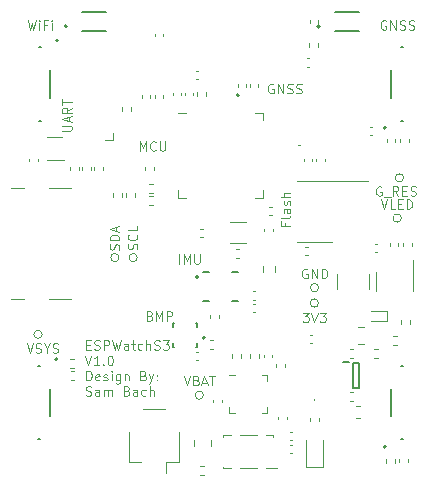
<source format=gto>
%TF.GenerationSoftware,KiCad,Pcbnew,7.0.2-0*%
%TF.CreationDate,2023-07-16T12:38:20-04:00*%
%TF.ProjectId,ESPWatchS3,45535057-6174-4636-9853-332e6b696361,rev?*%
%TF.SameCoordinates,Original*%
%TF.FileFunction,Legend,Top*%
%TF.FilePolarity,Positive*%
%FSLAX46Y46*%
G04 Gerber Fmt 4.6, Leading zero omitted, Abs format (unit mm)*
G04 Created by KiCad (PCBNEW 7.0.2-0) date 2023-07-16 12:38:20*
%MOMM*%
%LPD*%
G01*
G04 APERTURE LIST*
%ADD10C,0.100000*%
%ADD11C,0.120000*%
%ADD12C,0.127000*%
%ADD13C,0.200000*%
G04 APERTURE END LIST*
D10*
X38007142Y-43633047D02*
X38121428Y-43671142D01*
X38121428Y-43671142D02*
X38159523Y-43709238D01*
X38159523Y-43709238D02*
X38197619Y-43785428D01*
X38197619Y-43785428D02*
X38197619Y-43899714D01*
X38197619Y-43899714D02*
X38159523Y-43975904D01*
X38159523Y-43975904D02*
X38121428Y-44014000D01*
X38121428Y-44014000D02*
X38045238Y-44052095D01*
X38045238Y-44052095D02*
X37740476Y-44052095D01*
X37740476Y-44052095D02*
X37740476Y-43252095D01*
X37740476Y-43252095D02*
X38007142Y-43252095D01*
X38007142Y-43252095D02*
X38083333Y-43290190D01*
X38083333Y-43290190D02*
X38121428Y-43328285D01*
X38121428Y-43328285D02*
X38159523Y-43404476D01*
X38159523Y-43404476D02*
X38159523Y-43480666D01*
X38159523Y-43480666D02*
X38121428Y-43556857D01*
X38121428Y-43556857D02*
X38083333Y-43594952D01*
X38083333Y-43594952D02*
X38007142Y-43633047D01*
X38007142Y-43633047D02*
X37740476Y-43633047D01*
X38540476Y-44052095D02*
X38540476Y-43252095D01*
X38540476Y-43252095D02*
X38807142Y-43823523D01*
X38807142Y-43823523D02*
X39073809Y-43252095D01*
X39073809Y-43252095D02*
X39073809Y-44052095D01*
X39454762Y-44052095D02*
X39454762Y-43252095D01*
X39454762Y-43252095D02*
X39759524Y-43252095D01*
X39759524Y-43252095D02*
X39835714Y-43290190D01*
X39835714Y-43290190D02*
X39873809Y-43328285D01*
X39873809Y-43328285D02*
X39911905Y-43404476D01*
X39911905Y-43404476D02*
X39911905Y-43518761D01*
X39911905Y-43518761D02*
X39873809Y-43594952D01*
X39873809Y-43594952D02*
X39835714Y-43633047D01*
X39835714Y-43633047D02*
X39759524Y-43671142D01*
X39759524Y-43671142D02*
X39454762Y-43671142D01*
X49483047Y-35742857D02*
X49483047Y-36009523D01*
X49902095Y-36009523D02*
X49102095Y-36009523D01*
X49102095Y-36009523D02*
X49102095Y-35628571D01*
X49902095Y-35209524D02*
X49864000Y-35285714D01*
X49864000Y-35285714D02*
X49787809Y-35323809D01*
X49787809Y-35323809D02*
X49102095Y-35323809D01*
X49902095Y-34561904D02*
X49483047Y-34561904D01*
X49483047Y-34561904D02*
X49406857Y-34599999D01*
X49406857Y-34599999D02*
X49368761Y-34676190D01*
X49368761Y-34676190D02*
X49368761Y-34828571D01*
X49368761Y-34828571D02*
X49406857Y-34904761D01*
X49864000Y-34561904D02*
X49902095Y-34638095D01*
X49902095Y-34638095D02*
X49902095Y-34828571D01*
X49902095Y-34828571D02*
X49864000Y-34904761D01*
X49864000Y-34904761D02*
X49787809Y-34942857D01*
X49787809Y-34942857D02*
X49711619Y-34942857D01*
X49711619Y-34942857D02*
X49635428Y-34904761D01*
X49635428Y-34904761D02*
X49597333Y-34828571D01*
X49597333Y-34828571D02*
X49597333Y-34638095D01*
X49597333Y-34638095D02*
X49559238Y-34561904D01*
X49864000Y-34219047D02*
X49902095Y-34142856D01*
X49902095Y-34142856D02*
X49902095Y-33990475D01*
X49902095Y-33990475D02*
X49864000Y-33914285D01*
X49864000Y-33914285D02*
X49787809Y-33876189D01*
X49787809Y-33876189D02*
X49749714Y-33876189D01*
X49749714Y-33876189D02*
X49673523Y-33914285D01*
X49673523Y-33914285D02*
X49635428Y-33990475D01*
X49635428Y-33990475D02*
X49635428Y-34104761D01*
X49635428Y-34104761D02*
X49597333Y-34180951D01*
X49597333Y-34180951D02*
X49521142Y-34219047D01*
X49521142Y-34219047D02*
X49483047Y-34219047D01*
X49483047Y-34219047D02*
X49406857Y-34180951D01*
X49406857Y-34180951D02*
X49368761Y-34104761D01*
X49368761Y-34104761D02*
X49368761Y-33990475D01*
X49368761Y-33990475D02*
X49406857Y-33914285D01*
X49902095Y-33533332D02*
X49102095Y-33533332D01*
X49902095Y-33190475D02*
X49483047Y-33190475D01*
X49483047Y-33190475D02*
X49406857Y-33228570D01*
X49406857Y-33228570D02*
X49368761Y-33304761D01*
X49368761Y-33304761D02*
X49368761Y-33419047D01*
X49368761Y-33419047D02*
X49406857Y-33495237D01*
X49406857Y-33495237D02*
X49444952Y-33533332D01*
X40490476Y-39202095D02*
X40490476Y-38402095D01*
X40871428Y-39202095D02*
X40871428Y-38402095D01*
X40871428Y-38402095D02*
X41138094Y-38973523D01*
X41138094Y-38973523D02*
X41404761Y-38402095D01*
X41404761Y-38402095D02*
X41404761Y-39202095D01*
X41785714Y-38402095D02*
X41785714Y-39049714D01*
X41785714Y-39049714D02*
X41823809Y-39125904D01*
X41823809Y-39125904D02*
X41861904Y-39164000D01*
X41861904Y-39164000D02*
X41938095Y-39202095D01*
X41938095Y-39202095D02*
X42090476Y-39202095D01*
X42090476Y-39202095D02*
X42166666Y-39164000D01*
X42166666Y-39164000D02*
X42204761Y-39125904D01*
X42204761Y-39125904D02*
X42242857Y-39049714D01*
X42242857Y-39049714D02*
X42242857Y-38402095D01*
X48459523Y-24040190D02*
X48383333Y-24002095D01*
X48383333Y-24002095D02*
X48269047Y-24002095D01*
X48269047Y-24002095D02*
X48154761Y-24040190D01*
X48154761Y-24040190D02*
X48078571Y-24116380D01*
X48078571Y-24116380D02*
X48040476Y-24192571D01*
X48040476Y-24192571D02*
X48002380Y-24344952D01*
X48002380Y-24344952D02*
X48002380Y-24459238D01*
X48002380Y-24459238D02*
X48040476Y-24611619D01*
X48040476Y-24611619D02*
X48078571Y-24687809D01*
X48078571Y-24687809D02*
X48154761Y-24764000D01*
X48154761Y-24764000D02*
X48269047Y-24802095D01*
X48269047Y-24802095D02*
X48345238Y-24802095D01*
X48345238Y-24802095D02*
X48459523Y-24764000D01*
X48459523Y-24764000D02*
X48497619Y-24725904D01*
X48497619Y-24725904D02*
X48497619Y-24459238D01*
X48497619Y-24459238D02*
X48345238Y-24459238D01*
X48840476Y-24802095D02*
X48840476Y-24002095D01*
X48840476Y-24002095D02*
X49297619Y-24802095D01*
X49297619Y-24802095D02*
X49297619Y-24002095D01*
X49640475Y-24764000D02*
X49754761Y-24802095D01*
X49754761Y-24802095D02*
X49945237Y-24802095D01*
X49945237Y-24802095D02*
X50021428Y-24764000D01*
X50021428Y-24764000D02*
X50059523Y-24725904D01*
X50059523Y-24725904D02*
X50097618Y-24649714D01*
X50097618Y-24649714D02*
X50097618Y-24573523D01*
X50097618Y-24573523D02*
X50059523Y-24497333D01*
X50059523Y-24497333D02*
X50021428Y-24459238D01*
X50021428Y-24459238D02*
X49945237Y-24421142D01*
X49945237Y-24421142D02*
X49792856Y-24383047D01*
X49792856Y-24383047D02*
X49716666Y-24344952D01*
X49716666Y-24344952D02*
X49678571Y-24306857D01*
X49678571Y-24306857D02*
X49640475Y-24230666D01*
X49640475Y-24230666D02*
X49640475Y-24154476D01*
X49640475Y-24154476D02*
X49678571Y-24078285D01*
X49678571Y-24078285D02*
X49716666Y-24040190D01*
X49716666Y-24040190D02*
X49792856Y-24002095D01*
X49792856Y-24002095D02*
X49983333Y-24002095D01*
X49983333Y-24002095D02*
X50097618Y-24040190D01*
X50402380Y-24764000D02*
X50516666Y-24802095D01*
X50516666Y-24802095D02*
X50707142Y-24802095D01*
X50707142Y-24802095D02*
X50783333Y-24764000D01*
X50783333Y-24764000D02*
X50821428Y-24725904D01*
X50821428Y-24725904D02*
X50859523Y-24649714D01*
X50859523Y-24649714D02*
X50859523Y-24573523D01*
X50859523Y-24573523D02*
X50821428Y-24497333D01*
X50821428Y-24497333D02*
X50783333Y-24459238D01*
X50783333Y-24459238D02*
X50707142Y-24421142D01*
X50707142Y-24421142D02*
X50554761Y-24383047D01*
X50554761Y-24383047D02*
X50478571Y-24344952D01*
X50478571Y-24344952D02*
X50440476Y-24306857D01*
X50440476Y-24306857D02*
X50402380Y-24230666D01*
X50402380Y-24230666D02*
X50402380Y-24154476D01*
X50402380Y-24154476D02*
X50440476Y-24078285D01*
X50440476Y-24078285D02*
X50478571Y-24040190D01*
X50478571Y-24040190D02*
X50554761Y-24002095D01*
X50554761Y-24002095D02*
X50745238Y-24002095D01*
X50745238Y-24002095D02*
X50859523Y-24040190D01*
X37140476Y-29652095D02*
X37140476Y-28852095D01*
X37140476Y-28852095D02*
X37407142Y-29423523D01*
X37407142Y-29423523D02*
X37673809Y-28852095D01*
X37673809Y-28852095D02*
X37673809Y-29652095D01*
X38511905Y-29575904D02*
X38473809Y-29614000D01*
X38473809Y-29614000D02*
X38359524Y-29652095D01*
X38359524Y-29652095D02*
X38283333Y-29652095D01*
X38283333Y-29652095D02*
X38169047Y-29614000D01*
X38169047Y-29614000D02*
X38092857Y-29537809D01*
X38092857Y-29537809D02*
X38054762Y-29461619D01*
X38054762Y-29461619D02*
X38016666Y-29309238D01*
X38016666Y-29309238D02*
X38016666Y-29194952D01*
X38016666Y-29194952D02*
X38054762Y-29042571D01*
X38054762Y-29042571D02*
X38092857Y-28966380D01*
X38092857Y-28966380D02*
X38169047Y-28890190D01*
X38169047Y-28890190D02*
X38283333Y-28852095D01*
X38283333Y-28852095D02*
X38359524Y-28852095D01*
X38359524Y-28852095D02*
X38473809Y-28890190D01*
X38473809Y-28890190D02*
X38511905Y-28928285D01*
X38854762Y-28852095D02*
X38854762Y-29499714D01*
X38854762Y-29499714D02*
X38892857Y-29575904D01*
X38892857Y-29575904D02*
X38930952Y-29614000D01*
X38930952Y-29614000D02*
X39007143Y-29652095D01*
X39007143Y-29652095D02*
X39159524Y-29652095D01*
X39159524Y-29652095D02*
X39235714Y-29614000D01*
X39235714Y-29614000D02*
X39273809Y-29575904D01*
X39273809Y-29575904D02*
X39311905Y-29499714D01*
X39311905Y-29499714D02*
X39311905Y-28852095D01*
X27664285Y-18602095D02*
X27854761Y-19402095D01*
X27854761Y-19402095D02*
X28007142Y-18830666D01*
X28007142Y-18830666D02*
X28159523Y-19402095D01*
X28159523Y-19402095D02*
X28350000Y-18602095D01*
X28654762Y-19402095D02*
X28654762Y-18868761D01*
X28654762Y-18602095D02*
X28616666Y-18640190D01*
X28616666Y-18640190D02*
X28654762Y-18678285D01*
X28654762Y-18678285D02*
X28692857Y-18640190D01*
X28692857Y-18640190D02*
X28654762Y-18602095D01*
X28654762Y-18602095D02*
X28654762Y-18678285D01*
X29302380Y-18983047D02*
X29035714Y-18983047D01*
X29035714Y-19402095D02*
X29035714Y-18602095D01*
X29035714Y-18602095D02*
X29416666Y-18602095D01*
X29721428Y-19402095D02*
X29721428Y-18868761D01*
X29721428Y-18602095D02*
X29683332Y-18640190D01*
X29683332Y-18640190D02*
X29721428Y-18678285D01*
X29721428Y-18678285D02*
X29759523Y-18640190D01*
X29759523Y-18640190D02*
X29721428Y-18602095D01*
X29721428Y-18602095D02*
X29721428Y-18678285D01*
X32640476Y-46095047D02*
X32907142Y-46095047D01*
X33021428Y-46514095D02*
X32640476Y-46514095D01*
X32640476Y-46514095D02*
X32640476Y-45714095D01*
X32640476Y-45714095D02*
X33021428Y-45714095D01*
X33326190Y-46476000D02*
X33440476Y-46514095D01*
X33440476Y-46514095D02*
X33630952Y-46514095D01*
X33630952Y-46514095D02*
X33707143Y-46476000D01*
X33707143Y-46476000D02*
X33745238Y-46437904D01*
X33745238Y-46437904D02*
X33783333Y-46361714D01*
X33783333Y-46361714D02*
X33783333Y-46285523D01*
X33783333Y-46285523D02*
X33745238Y-46209333D01*
X33745238Y-46209333D02*
X33707143Y-46171238D01*
X33707143Y-46171238D02*
X33630952Y-46133142D01*
X33630952Y-46133142D02*
X33478571Y-46095047D01*
X33478571Y-46095047D02*
X33402381Y-46056952D01*
X33402381Y-46056952D02*
X33364286Y-46018857D01*
X33364286Y-46018857D02*
X33326190Y-45942666D01*
X33326190Y-45942666D02*
X33326190Y-45866476D01*
X33326190Y-45866476D02*
X33364286Y-45790285D01*
X33364286Y-45790285D02*
X33402381Y-45752190D01*
X33402381Y-45752190D02*
X33478571Y-45714095D01*
X33478571Y-45714095D02*
X33669048Y-45714095D01*
X33669048Y-45714095D02*
X33783333Y-45752190D01*
X34126191Y-46514095D02*
X34126191Y-45714095D01*
X34126191Y-45714095D02*
X34430953Y-45714095D01*
X34430953Y-45714095D02*
X34507143Y-45752190D01*
X34507143Y-45752190D02*
X34545238Y-45790285D01*
X34545238Y-45790285D02*
X34583334Y-45866476D01*
X34583334Y-45866476D02*
X34583334Y-45980761D01*
X34583334Y-45980761D02*
X34545238Y-46056952D01*
X34545238Y-46056952D02*
X34507143Y-46095047D01*
X34507143Y-46095047D02*
X34430953Y-46133142D01*
X34430953Y-46133142D02*
X34126191Y-46133142D01*
X34850000Y-45714095D02*
X35040476Y-46514095D01*
X35040476Y-46514095D02*
X35192857Y-45942666D01*
X35192857Y-45942666D02*
X35345238Y-46514095D01*
X35345238Y-46514095D02*
X35535715Y-45714095D01*
X36183334Y-46514095D02*
X36183334Y-46095047D01*
X36183334Y-46095047D02*
X36145239Y-46018857D01*
X36145239Y-46018857D02*
X36069048Y-45980761D01*
X36069048Y-45980761D02*
X35916667Y-45980761D01*
X35916667Y-45980761D02*
X35840477Y-46018857D01*
X36183334Y-46476000D02*
X36107143Y-46514095D01*
X36107143Y-46514095D02*
X35916667Y-46514095D01*
X35916667Y-46514095D02*
X35840477Y-46476000D01*
X35840477Y-46476000D02*
X35802381Y-46399809D01*
X35802381Y-46399809D02*
X35802381Y-46323619D01*
X35802381Y-46323619D02*
X35840477Y-46247428D01*
X35840477Y-46247428D02*
X35916667Y-46209333D01*
X35916667Y-46209333D02*
X36107143Y-46209333D01*
X36107143Y-46209333D02*
X36183334Y-46171238D01*
X36450001Y-45980761D02*
X36754763Y-45980761D01*
X36564287Y-45714095D02*
X36564287Y-46399809D01*
X36564287Y-46399809D02*
X36602382Y-46476000D01*
X36602382Y-46476000D02*
X36678572Y-46514095D01*
X36678572Y-46514095D02*
X36754763Y-46514095D01*
X37364287Y-46476000D02*
X37288096Y-46514095D01*
X37288096Y-46514095D02*
X37135715Y-46514095D01*
X37135715Y-46514095D02*
X37059525Y-46476000D01*
X37059525Y-46476000D02*
X37021430Y-46437904D01*
X37021430Y-46437904D02*
X36983334Y-46361714D01*
X36983334Y-46361714D02*
X36983334Y-46133142D01*
X36983334Y-46133142D02*
X37021430Y-46056952D01*
X37021430Y-46056952D02*
X37059525Y-46018857D01*
X37059525Y-46018857D02*
X37135715Y-45980761D01*
X37135715Y-45980761D02*
X37288096Y-45980761D01*
X37288096Y-45980761D02*
X37364287Y-46018857D01*
X37707144Y-46514095D02*
X37707144Y-45714095D01*
X38050001Y-46514095D02*
X38050001Y-46095047D01*
X38050001Y-46095047D02*
X38011906Y-46018857D01*
X38011906Y-46018857D02*
X37935715Y-45980761D01*
X37935715Y-45980761D02*
X37821429Y-45980761D01*
X37821429Y-45980761D02*
X37745239Y-46018857D01*
X37745239Y-46018857D02*
X37707144Y-46056952D01*
X38392858Y-46476000D02*
X38507144Y-46514095D01*
X38507144Y-46514095D02*
X38697620Y-46514095D01*
X38697620Y-46514095D02*
X38773811Y-46476000D01*
X38773811Y-46476000D02*
X38811906Y-46437904D01*
X38811906Y-46437904D02*
X38850001Y-46361714D01*
X38850001Y-46361714D02*
X38850001Y-46285523D01*
X38850001Y-46285523D02*
X38811906Y-46209333D01*
X38811906Y-46209333D02*
X38773811Y-46171238D01*
X38773811Y-46171238D02*
X38697620Y-46133142D01*
X38697620Y-46133142D02*
X38545239Y-46095047D01*
X38545239Y-46095047D02*
X38469049Y-46056952D01*
X38469049Y-46056952D02*
X38430954Y-46018857D01*
X38430954Y-46018857D02*
X38392858Y-45942666D01*
X38392858Y-45942666D02*
X38392858Y-45866476D01*
X38392858Y-45866476D02*
X38430954Y-45790285D01*
X38430954Y-45790285D02*
X38469049Y-45752190D01*
X38469049Y-45752190D02*
X38545239Y-45714095D01*
X38545239Y-45714095D02*
X38735716Y-45714095D01*
X38735716Y-45714095D02*
X38850001Y-45752190D01*
X39116668Y-45714095D02*
X39611906Y-45714095D01*
X39611906Y-45714095D02*
X39345240Y-46018857D01*
X39345240Y-46018857D02*
X39459525Y-46018857D01*
X39459525Y-46018857D02*
X39535716Y-46056952D01*
X39535716Y-46056952D02*
X39573811Y-46095047D01*
X39573811Y-46095047D02*
X39611906Y-46171238D01*
X39611906Y-46171238D02*
X39611906Y-46361714D01*
X39611906Y-46361714D02*
X39573811Y-46437904D01*
X39573811Y-46437904D02*
X39535716Y-46476000D01*
X39535716Y-46476000D02*
X39459525Y-46514095D01*
X39459525Y-46514095D02*
X39230954Y-46514095D01*
X39230954Y-46514095D02*
X39154763Y-46476000D01*
X39154763Y-46476000D02*
X39116668Y-46437904D01*
X32526190Y-47010095D02*
X32792857Y-47810095D01*
X32792857Y-47810095D02*
X33059523Y-47010095D01*
X33745237Y-47810095D02*
X33288094Y-47810095D01*
X33516666Y-47810095D02*
X33516666Y-47010095D01*
X33516666Y-47010095D02*
X33440475Y-47124380D01*
X33440475Y-47124380D02*
X33364285Y-47200571D01*
X33364285Y-47200571D02*
X33288094Y-47238666D01*
X34088095Y-47733904D02*
X34126190Y-47772000D01*
X34126190Y-47772000D02*
X34088095Y-47810095D01*
X34088095Y-47810095D02*
X34049999Y-47772000D01*
X34049999Y-47772000D02*
X34088095Y-47733904D01*
X34088095Y-47733904D02*
X34088095Y-47810095D01*
X34621428Y-47010095D02*
X34697618Y-47010095D01*
X34697618Y-47010095D02*
X34773809Y-47048190D01*
X34773809Y-47048190D02*
X34811904Y-47086285D01*
X34811904Y-47086285D02*
X34849999Y-47162476D01*
X34849999Y-47162476D02*
X34888094Y-47314857D01*
X34888094Y-47314857D02*
X34888094Y-47505333D01*
X34888094Y-47505333D02*
X34849999Y-47657714D01*
X34849999Y-47657714D02*
X34811904Y-47733904D01*
X34811904Y-47733904D02*
X34773809Y-47772000D01*
X34773809Y-47772000D02*
X34697618Y-47810095D01*
X34697618Y-47810095D02*
X34621428Y-47810095D01*
X34621428Y-47810095D02*
X34545237Y-47772000D01*
X34545237Y-47772000D02*
X34507142Y-47733904D01*
X34507142Y-47733904D02*
X34469047Y-47657714D01*
X34469047Y-47657714D02*
X34430951Y-47505333D01*
X34430951Y-47505333D02*
X34430951Y-47314857D01*
X34430951Y-47314857D02*
X34469047Y-47162476D01*
X34469047Y-47162476D02*
X34507142Y-47086285D01*
X34507142Y-47086285D02*
X34545237Y-47048190D01*
X34545237Y-47048190D02*
X34621428Y-47010095D01*
X32640476Y-49106095D02*
X32640476Y-48306095D01*
X32640476Y-48306095D02*
X32830952Y-48306095D01*
X32830952Y-48306095D02*
X32945238Y-48344190D01*
X32945238Y-48344190D02*
X33021428Y-48420380D01*
X33021428Y-48420380D02*
X33059523Y-48496571D01*
X33059523Y-48496571D02*
X33097619Y-48648952D01*
X33097619Y-48648952D02*
X33097619Y-48763238D01*
X33097619Y-48763238D02*
X33059523Y-48915619D01*
X33059523Y-48915619D02*
X33021428Y-48991809D01*
X33021428Y-48991809D02*
X32945238Y-49068000D01*
X32945238Y-49068000D02*
X32830952Y-49106095D01*
X32830952Y-49106095D02*
X32640476Y-49106095D01*
X33745238Y-49068000D02*
X33669047Y-49106095D01*
X33669047Y-49106095D02*
X33516666Y-49106095D01*
X33516666Y-49106095D02*
X33440476Y-49068000D01*
X33440476Y-49068000D02*
X33402380Y-48991809D01*
X33402380Y-48991809D02*
X33402380Y-48687047D01*
X33402380Y-48687047D02*
X33440476Y-48610857D01*
X33440476Y-48610857D02*
X33516666Y-48572761D01*
X33516666Y-48572761D02*
X33669047Y-48572761D01*
X33669047Y-48572761D02*
X33745238Y-48610857D01*
X33745238Y-48610857D02*
X33783333Y-48687047D01*
X33783333Y-48687047D02*
X33783333Y-48763238D01*
X33783333Y-48763238D02*
X33402380Y-48839428D01*
X34088094Y-49068000D02*
X34164285Y-49106095D01*
X34164285Y-49106095D02*
X34316666Y-49106095D01*
X34316666Y-49106095D02*
X34392856Y-49068000D01*
X34392856Y-49068000D02*
X34430952Y-48991809D01*
X34430952Y-48991809D02*
X34430952Y-48953714D01*
X34430952Y-48953714D02*
X34392856Y-48877523D01*
X34392856Y-48877523D02*
X34316666Y-48839428D01*
X34316666Y-48839428D02*
X34202380Y-48839428D01*
X34202380Y-48839428D02*
X34126190Y-48801333D01*
X34126190Y-48801333D02*
X34088094Y-48725142D01*
X34088094Y-48725142D02*
X34088094Y-48687047D01*
X34088094Y-48687047D02*
X34126190Y-48610857D01*
X34126190Y-48610857D02*
X34202380Y-48572761D01*
X34202380Y-48572761D02*
X34316666Y-48572761D01*
X34316666Y-48572761D02*
X34392856Y-48610857D01*
X34773809Y-49106095D02*
X34773809Y-48572761D01*
X34773809Y-48306095D02*
X34735713Y-48344190D01*
X34735713Y-48344190D02*
X34773809Y-48382285D01*
X34773809Y-48382285D02*
X34811904Y-48344190D01*
X34811904Y-48344190D02*
X34773809Y-48306095D01*
X34773809Y-48306095D02*
X34773809Y-48382285D01*
X35497618Y-48572761D02*
X35497618Y-49220380D01*
X35497618Y-49220380D02*
X35459523Y-49296571D01*
X35459523Y-49296571D02*
X35421427Y-49334666D01*
X35421427Y-49334666D02*
X35345237Y-49372761D01*
X35345237Y-49372761D02*
X35230951Y-49372761D01*
X35230951Y-49372761D02*
X35154761Y-49334666D01*
X35497618Y-49068000D02*
X35421427Y-49106095D01*
X35421427Y-49106095D02*
X35269046Y-49106095D01*
X35269046Y-49106095D02*
X35192856Y-49068000D01*
X35192856Y-49068000D02*
X35154761Y-49029904D01*
X35154761Y-49029904D02*
X35116665Y-48953714D01*
X35116665Y-48953714D02*
X35116665Y-48725142D01*
X35116665Y-48725142D02*
X35154761Y-48648952D01*
X35154761Y-48648952D02*
X35192856Y-48610857D01*
X35192856Y-48610857D02*
X35269046Y-48572761D01*
X35269046Y-48572761D02*
X35421427Y-48572761D01*
X35421427Y-48572761D02*
X35497618Y-48610857D01*
X35878571Y-48572761D02*
X35878571Y-49106095D01*
X35878571Y-48648952D02*
X35916666Y-48610857D01*
X35916666Y-48610857D02*
X35992856Y-48572761D01*
X35992856Y-48572761D02*
X36107142Y-48572761D01*
X36107142Y-48572761D02*
X36183333Y-48610857D01*
X36183333Y-48610857D02*
X36221428Y-48687047D01*
X36221428Y-48687047D02*
X36221428Y-49106095D01*
X37478571Y-48687047D02*
X37592857Y-48725142D01*
X37592857Y-48725142D02*
X37630952Y-48763238D01*
X37630952Y-48763238D02*
X37669048Y-48839428D01*
X37669048Y-48839428D02*
X37669048Y-48953714D01*
X37669048Y-48953714D02*
X37630952Y-49029904D01*
X37630952Y-49029904D02*
X37592857Y-49068000D01*
X37592857Y-49068000D02*
X37516667Y-49106095D01*
X37516667Y-49106095D02*
X37211905Y-49106095D01*
X37211905Y-49106095D02*
X37211905Y-48306095D01*
X37211905Y-48306095D02*
X37478571Y-48306095D01*
X37478571Y-48306095D02*
X37554762Y-48344190D01*
X37554762Y-48344190D02*
X37592857Y-48382285D01*
X37592857Y-48382285D02*
X37630952Y-48458476D01*
X37630952Y-48458476D02*
X37630952Y-48534666D01*
X37630952Y-48534666D02*
X37592857Y-48610857D01*
X37592857Y-48610857D02*
X37554762Y-48648952D01*
X37554762Y-48648952D02*
X37478571Y-48687047D01*
X37478571Y-48687047D02*
X37211905Y-48687047D01*
X37935714Y-48572761D02*
X38126190Y-49106095D01*
X38316667Y-48572761D02*
X38126190Y-49106095D01*
X38126190Y-49106095D02*
X38050000Y-49296571D01*
X38050000Y-49296571D02*
X38011905Y-49334666D01*
X38011905Y-49334666D02*
X37935714Y-49372761D01*
X38621429Y-49029904D02*
X38659524Y-49068000D01*
X38659524Y-49068000D02*
X38621429Y-49106095D01*
X38621429Y-49106095D02*
X38583333Y-49068000D01*
X38583333Y-49068000D02*
X38621429Y-49029904D01*
X38621429Y-49029904D02*
X38621429Y-49106095D01*
X38621429Y-48610857D02*
X38659524Y-48648952D01*
X38659524Y-48648952D02*
X38621429Y-48687047D01*
X38621429Y-48687047D02*
X38583333Y-48648952D01*
X38583333Y-48648952D02*
X38621429Y-48610857D01*
X38621429Y-48610857D02*
X38621429Y-48687047D01*
X32602380Y-50364000D02*
X32716666Y-50402095D01*
X32716666Y-50402095D02*
X32907142Y-50402095D01*
X32907142Y-50402095D02*
X32983333Y-50364000D01*
X32983333Y-50364000D02*
X33021428Y-50325904D01*
X33021428Y-50325904D02*
X33059523Y-50249714D01*
X33059523Y-50249714D02*
X33059523Y-50173523D01*
X33059523Y-50173523D02*
X33021428Y-50097333D01*
X33021428Y-50097333D02*
X32983333Y-50059238D01*
X32983333Y-50059238D02*
X32907142Y-50021142D01*
X32907142Y-50021142D02*
X32754761Y-49983047D01*
X32754761Y-49983047D02*
X32678571Y-49944952D01*
X32678571Y-49944952D02*
X32640476Y-49906857D01*
X32640476Y-49906857D02*
X32602380Y-49830666D01*
X32602380Y-49830666D02*
X32602380Y-49754476D01*
X32602380Y-49754476D02*
X32640476Y-49678285D01*
X32640476Y-49678285D02*
X32678571Y-49640190D01*
X32678571Y-49640190D02*
X32754761Y-49602095D01*
X32754761Y-49602095D02*
X32945238Y-49602095D01*
X32945238Y-49602095D02*
X33059523Y-49640190D01*
X33745238Y-50402095D02*
X33745238Y-49983047D01*
X33745238Y-49983047D02*
X33707143Y-49906857D01*
X33707143Y-49906857D02*
X33630952Y-49868761D01*
X33630952Y-49868761D02*
X33478571Y-49868761D01*
X33478571Y-49868761D02*
X33402381Y-49906857D01*
X33745238Y-50364000D02*
X33669047Y-50402095D01*
X33669047Y-50402095D02*
X33478571Y-50402095D01*
X33478571Y-50402095D02*
X33402381Y-50364000D01*
X33402381Y-50364000D02*
X33364285Y-50287809D01*
X33364285Y-50287809D02*
X33364285Y-50211619D01*
X33364285Y-50211619D02*
X33402381Y-50135428D01*
X33402381Y-50135428D02*
X33478571Y-50097333D01*
X33478571Y-50097333D02*
X33669047Y-50097333D01*
X33669047Y-50097333D02*
X33745238Y-50059238D01*
X34126191Y-50402095D02*
X34126191Y-49868761D01*
X34126191Y-49944952D02*
X34164286Y-49906857D01*
X34164286Y-49906857D02*
X34240476Y-49868761D01*
X34240476Y-49868761D02*
X34354762Y-49868761D01*
X34354762Y-49868761D02*
X34430953Y-49906857D01*
X34430953Y-49906857D02*
X34469048Y-49983047D01*
X34469048Y-49983047D02*
X34469048Y-50402095D01*
X34469048Y-49983047D02*
X34507143Y-49906857D01*
X34507143Y-49906857D02*
X34583334Y-49868761D01*
X34583334Y-49868761D02*
X34697619Y-49868761D01*
X34697619Y-49868761D02*
X34773810Y-49906857D01*
X34773810Y-49906857D02*
X34811905Y-49983047D01*
X34811905Y-49983047D02*
X34811905Y-50402095D01*
X36069048Y-49983047D02*
X36183334Y-50021142D01*
X36183334Y-50021142D02*
X36221429Y-50059238D01*
X36221429Y-50059238D02*
X36259525Y-50135428D01*
X36259525Y-50135428D02*
X36259525Y-50249714D01*
X36259525Y-50249714D02*
X36221429Y-50325904D01*
X36221429Y-50325904D02*
X36183334Y-50364000D01*
X36183334Y-50364000D02*
X36107144Y-50402095D01*
X36107144Y-50402095D02*
X35802382Y-50402095D01*
X35802382Y-50402095D02*
X35802382Y-49602095D01*
X35802382Y-49602095D02*
X36069048Y-49602095D01*
X36069048Y-49602095D02*
X36145239Y-49640190D01*
X36145239Y-49640190D02*
X36183334Y-49678285D01*
X36183334Y-49678285D02*
X36221429Y-49754476D01*
X36221429Y-49754476D02*
X36221429Y-49830666D01*
X36221429Y-49830666D02*
X36183334Y-49906857D01*
X36183334Y-49906857D02*
X36145239Y-49944952D01*
X36145239Y-49944952D02*
X36069048Y-49983047D01*
X36069048Y-49983047D02*
X35802382Y-49983047D01*
X36945239Y-50402095D02*
X36945239Y-49983047D01*
X36945239Y-49983047D02*
X36907144Y-49906857D01*
X36907144Y-49906857D02*
X36830953Y-49868761D01*
X36830953Y-49868761D02*
X36678572Y-49868761D01*
X36678572Y-49868761D02*
X36602382Y-49906857D01*
X36945239Y-50364000D02*
X36869048Y-50402095D01*
X36869048Y-50402095D02*
X36678572Y-50402095D01*
X36678572Y-50402095D02*
X36602382Y-50364000D01*
X36602382Y-50364000D02*
X36564286Y-50287809D01*
X36564286Y-50287809D02*
X36564286Y-50211619D01*
X36564286Y-50211619D02*
X36602382Y-50135428D01*
X36602382Y-50135428D02*
X36678572Y-50097333D01*
X36678572Y-50097333D02*
X36869048Y-50097333D01*
X36869048Y-50097333D02*
X36945239Y-50059238D01*
X37669049Y-50364000D02*
X37592858Y-50402095D01*
X37592858Y-50402095D02*
X37440477Y-50402095D01*
X37440477Y-50402095D02*
X37364287Y-50364000D01*
X37364287Y-50364000D02*
X37326192Y-50325904D01*
X37326192Y-50325904D02*
X37288096Y-50249714D01*
X37288096Y-50249714D02*
X37288096Y-50021142D01*
X37288096Y-50021142D02*
X37326192Y-49944952D01*
X37326192Y-49944952D02*
X37364287Y-49906857D01*
X37364287Y-49906857D02*
X37440477Y-49868761D01*
X37440477Y-49868761D02*
X37592858Y-49868761D01*
X37592858Y-49868761D02*
X37669049Y-49906857D01*
X38011906Y-50402095D02*
X38011906Y-49602095D01*
X38354763Y-50402095D02*
X38354763Y-49983047D01*
X38354763Y-49983047D02*
X38316668Y-49906857D01*
X38316668Y-49906857D02*
X38240477Y-49868761D01*
X38240477Y-49868761D02*
X38126191Y-49868761D01*
X38126191Y-49868761D02*
X38050001Y-49906857D01*
X38050001Y-49906857D02*
X38011906Y-49944952D01*
X58009523Y-18640190D02*
X57933333Y-18602095D01*
X57933333Y-18602095D02*
X57819047Y-18602095D01*
X57819047Y-18602095D02*
X57704761Y-18640190D01*
X57704761Y-18640190D02*
X57628571Y-18716380D01*
X57628571Y-18716380D02*
X57590476Y-18792571D01*
X57590476Y-18792571D02*
X57552380Y-18944952D01*
X57552380Y-18944952D02*
X57552380Y-19059238D01*
X57552380Y-19059238D02*
X57590476Y-19211619D01*
X57590476Y-19211619D02*
X57628571Y-19287809D01*
X57628571Y-19287809D02*
X57704761Y-19364000D01*
X57704761Y-19364000D02*
X57819047Y-19402095D01*
X57819047Y-19402095D02*
X57895238Y-19402095D01*
X57895238Y-19402095D02*
X58009523Y-19364000D01*
X58009523Y-19364000D02*
X58047619Y-19325904D01*
X58047619Y-19325904D02*
X58047619Y-19059238D01*
X58047619Y-19059238D02*
X57895238Y-19059238D01*
X58390476Y-19402095D02*
X58390476Y-18602095D01*
X58390476Y-18602095D02*
X58847619Y-19402095D01*
X58847619Y-19402095D02*
X58847619Y-18602095D01*
X59190475Y-19364000D02*
X59304761Y-19402095D01*
X59304761Y-19402095D02*
X59495237Y-19402095D01*
X59495237Y-19402095D02*
X59571428Y-19364000D01*
X59571428Y-19364000D02*
X59609523Y-19325904D01*
X59609523Y-19325904D02*
X59647618Y-19249714D01*
X59647618Y-19249714D02*
X59647618Y-19173523D01*
X59647618Y-19173523D02*
X59609523Y-19097333D01*
X59609523Y-19097333D02*
X59571428Y-19059238D01*
X59571428Y-19059238D02*
X59495237Y-19021142D01*
X59495237Y-19021142D02*
X59342856Y-18983047D01*
X59342856Y-18983047D02*
X59266666Y-18944952D01*
X59266666Y-18944952D02*
X59228571Y-18906857D01*
X59228571Y-18906857D02*
X59190475Y-18830666D01*
X59190475Y-18830666D02*
X59190475Y-18754476D01*
X59190475Y-18754476D02*
X59228571Y-18678285D01*
X59228571Y-18678285D02*
X59266666Y-18640190D01*
X59266666Y-18640190D02*
X59342856Y-18602095D01*
X59342856Y-18602095D02*
X59533333Y-18602095D01*
X59533333Y-18602095D02*
X59647618Y-18640190D01*
X59952380Y-19364000D02*
X60066666Y-19402095D01*
X60066666Y-19402095D02*
X60257142Y-19402095D01*
X60257142Y-19402095D02*
X60333333Y-19364000D01*
X60333333Y-19364000D02*
X60371428Y-19325904D01*
X60371428Y-19325904D02*
X60409523Y-19249714D01*
X60409523Y-19249714D02*
X60409523Y-19173523D01*
X60409523Y-19173523D02*
X60371428Y-19097333D01*
X60371428Y-19097333D02*
X60333333Y-19059238D01*
X60333333Y-19059238D02*
X60257142Y-19021142D01*
X60257142Y-19021142D02*
X60104761Y-18983047D01*
X60104761Y-18983047D02*
X60028571Y-18944952D01*
X60028571Y-18944952D02*
X59990476Y-18906857D01*
X59990476Y-18906857D02*
X59952380Y-18830666D01*
X59952380Y-18830666D02*
X59952380Y-18754476D01*
X59952380Y-18754476D02*
X59990476Y-18678285D01*
X59990476Y-18678285D02*
X60028571Y-18640190D01*
X60028571Y-18640190D02*
X60104761Y-18602095D01*
X60104761Y-18602095D02*
X60295238Y-18602095D01*
X60295238Y-18602095D02*
X60409523Y-18640190D01*
%TO.C,J3*%
X30620095Y-27976189D02*
X31267714Y-27976189D01*
X31267714Y-27976189D02*
X31343904Y-27938094D01*
X31343904Y-27938094D02*
X31382000Y-27899999D01*
X31382000Y-27899999D02*
X31420095Y-27823808D01*
X31420095Y-27823808D02*
X31420095Y-27671427D01*
X31420095Y-27671427D02*
X31382000Y-27595237D01*
X31382000Y-27595237D02*
X31343904Y-27557142D01*
X31343904Y-27557142D02*
X31267714Y-27519046D01*
X31267714Y-27519046D02*
X30620095Y-27519046D01*
X31191523Y-27176190D02*
X31191523Y-26795237D01*
X31420095Y-27252380D02*
X30620095Y-26985713D01*
X30620095Y-26985713D02*
X31420095Y-26719047D01*
X31420095Y-25995237D02*
X31039142Y-26261904D01*
X31420095Y-26452380D02*
X30620095Y-26452380D01*
X30620095Y-26452380D02*
X30620095Y-26147618D01*
X30620095Y-26147618D02*
X30658190Y-26071428D01*
X30658190Y-26071428D02*
X30696285Y-26033333D01*
X30696285Y-26033333D02*
X30772476Y-25995237D01*
X30772476Y-25995237D02*
X30886761Y-25995237D01*
X30886761Y-25995237D02*
X30962952Y-26033333D01*
X30962952Y-26033333D02*
X31001047Y-26071428D01*
X31001047Y-26071428D02*
X31039142Y-26147618D01*
X31039142Y-26147618D02*
X31039142Y-26452380D01*
X30620095Y-25766666D02*
X30620095Y-25309523D01*
X31420095Y-25538095D02*
X30620095Y-25538095D01*
%TO.C,TP7*%
X57611904Y-32708190D02*
X57535714Y-32670095D01*
X57535714Y-32670095D02*
X57421428Y-32670095D01*
X57421428Y-32670095D02*
X57307142Y-32708190D01*
X57307142Y-32708190D02*
X57230952Y-32784380D01*
X57230952Y-32784380D02*
X57192857Y-32860571D01*
X57192857Y-32860571D02*
X57154761Y-33012952D01*
X57154761Y-33012952D02*
X57154761Y-33127238D01*
X57154761Y-33127238D02*
X57192857Y-33279619D01*
X57192857Y-33279619D02*
X57230952Y-33355809D01*
X57230952Y-33355809D02*
X57307142Y-33432000D01*
X57307142Y-33432000D02*
X57421428Y-33470095D01*
X57421428Y-33470095D02*
X57497619Y-33470095D01*
X57497619Y-33470095D02*
X57611904Y-33432000D01*
X57611904Y-33432000D02*
X57650000Y-33393904D01*
X57650000Y-33393904D02*
X57650000Y-33127238D01*
X57650000Y-33127238D02*
X57497619Y-33127238D01*
X57802381Y-33546285D02*
X58411904Y-33546285D01*
X59059524Y-33470095D02*
X58792857Y-33089142D01*
X58602381Y-33470095D02*
X58602381Y-32670095D01*
X58602381Y-32670095D02*
X58907143Y-32670095D01*
X58907143Y-32670095D02*
X58983333Y-32708190D01*
X58983333Y-32708190D02*
X59021428Y-32746285D01*
X59021428Y-32746285D02*
X59059524Y-32822476D01*
X59059524Y-32822476D02*
X59059524Y-32936761D01*
X59059524Y-32936761D02*
X59021428Y-33012952D01*
X59021428Y-33012952D02*
X58983333Y-33051047D01*
X58983333Y-33051047D02*
X58907143Y-33089142D01*
X58907143Y-33089142D02*
X58602381Y-33089142D01*
X59402381Y-33051047D02*
X59669047Y-33051047D01*
X59783333Y-33470095D02*
X59402381Y-33470095D01*
X59402381Y-33470095D02*
X59402381Y-32670095D01*
X59402381Y-32670095D02*
X59783333Y-32670095D01*
X60088095Y-33432000D02*
X60202381Y-33470095D01*
X60202381Y-33470095D02*
X60392857Y-33470095D01*
X60392857Y-33470095D02*
X60469048Y-33432000D01*
X60469048Y-33432000D02*
X60507143Y-33393904D01*
X60507143Y-33393904D02*
X60545238Y-33317714D01*
X60545238Y-33317714D02*
X60545238Y-33241523D01*
X60545238Y-33241523D02*
X60507143Y-33165333D01*
X60507143Y-33165333D02*
X60469048Y-33127238D01*
X60469048Y-33127238D02*
X60392857Y-33089142D01*
X60392857Y-33089142D02*
X60240476Y-33051047D01*
X60240476Y-33051047D02*
X60164286Y-33012952D01*
X60164286Y-33012952D02*
X60126191Y-32974857D01*
X60126191Y-32974857D02*
X60088095Y-32898666D01*
X60088095Y-32898666D02*
X60088095Y-32822476D01*
X60088095Y-32822476D02*
X60126191Y-32746285D01*
X60126191Y-32746285D02*
X60164286Y-32708190D01*
X60164286Y-32708190D02*
X60240476Y-32670095D01*
X60240476Y-32670095D02*
X60430953Y-32670095D01*
X60430953Y-32670095D02*
X60545238Y-32708190D01*
%TO.C,TP8*%
X57597619Y-33770095D02*
X57864286Y-34570095D01*
X57864286Y-34570095D02*
X58130952Y-33770095D01*
X58778571Y-34570095D02*
X58397619Y-34570095D01*
X58397619Y-34570095D02*
X58397619Y-33770095D01*
X59045238Y-34151047D02*
X59311904Y-34151047D01*
X59426190Y-34570095D02*
X59045238Y-34570095D01*
X59045238Y-34570095D02*
X59045238Y-33770095D01*
X59045238Y-33770095D02*
X59426190Y-33770095D01*
X59769048Y-34570095D02*
X59769048Y-33770095D01*
X59769048Y-33770095D02*
X59959524Y-33770095D01*
X59959524Y-33770095D02*
X60073810Y-33808190D01*
X60073810Y-33808190D02*
X60150000Y-33884380D01*
X60150000Y-33884380D02*
X60188095Y-33960571D01*
X60188095Y-33960571D02*
X60226191Y-34112952D01*
X60226191Y-34112952D02*
X60226191Y-34227238D01*
X60226191Y-34227238D02*
X60188095Y-34379619D01*
X60188095Y-34379619D02*
X60150000Y-34455809D01*
X60150000Y-34455809D02*
X60073810Y-34532000D01*
X60073810Y-34532000D02*
X59959524Y-34570095D01*
X59959524Y-34570095D02*
X59769048Y-34570095D01*
%TO.C,TP4*%
X36932000Y-38002381D02*
X36970095Y-37888095D01*
X36970095Y-37888095D02*
X36970095Y-37697619D01*
X36970095Y-37697619D02*
X36932000Y-37621428D01*
X36932000Y-37621428D02*
X36893904Y-37583333D01*
X36893904Y-37583333D02*
X36817714Y-37545238D01*
X36817714Y-37545238D02*
X36741523Y-37545238D01*
X36741523Y-37545238D02*
X36665333Y-37583333D01*
X36665333Y-37583333D02*
X36627238Y-37621428D01*
X36627238Y-37621428D02*
X36589142Y-37697619D01*
X36589142Y-37697619D02*
X36551047Y-37850000D01*
X36551047Y-37850000D02*
X36512952Y-37926190D01*
X36512952Y-37926190D02*
X36474857Y-37964285D01*
X36474857Y-37964285D02*
X36398666Y-38002381D01*
X36398666Y-38002381D02*
X36322476Y-38002381D01*
X36322476Y-38002381D02*
X36246285Y-37964285D01*
X36246285Y-37964285D02*
X36208190Y-37926190D01*
X36208190Y-37926190D02*
X36170095Y-37850000D01*
X36170095Y-37850000D02*
X36170095Y-37659523D01*
X36170095Y-37659523D02*
X36208190Y-37545238D01*
X36893904Y-36745237D02*
X36932000Y-36783333D01*
X36932000Y-36783333D02*
X36970095Y-36897618D01*
X36970095Y-36897618D02*
X36970095Y-36973809D01*
X36970095Y-36973809D02*
X36932000Y-37088095D01*
X36932000Y-37088095D02*
X36855809Y-37164285D01*
X36855809Y-37164285D02*
X36779619Y-37202380D01*
X36779619Y-37202380D02*
X36627238Y-37240476D01*
X36627238Y-37240476D02*
X36512952Y-37240476D01*
X36512952Y-37240476D02*
X36360571Y-37202380D01*
X36360571Y-37202380D02*
X36284380Y-37164285D01*
X36284380Y-37164285D02*
X36208190Y-37088095D01*
X36208190Y-37088095D02*
X36170095Y-36973809D01*
X36170095Y-36973809D02*
X36170095Y-36897618D01*
X36170095Y-36897618D02*
X36208190Y-36783333D01*
X36208190Y-36783333D02*
X36246285Y-36745237D01*
X36970095Y-36021428D02*
X36970095Y-36402380D01*
X36970095Y-36402380D02*
X36170095Y-36402380D01*
%TO.C,TP5*%
X27578571Y-45970095D02*
X27845238Y-46770095D01*
X27845238Y-46770095D02*
X28111904Y-45970095D01*
X28340475Y-46732000D02*
X28454761Y-46770095D01*
X28454761Y-46770095D02*
X28645237Y-46770095D01*
X28645237Y-46770095D02*
X28721428Y-46732000D01*
X28721428Y-46732000D02*
X28759523Y-46693904D01*
X28759523Y-46693904D02*
X28797618Y-46617714D01*
X28797618Y-46617714D02*
X28797618Y-46541523D01*
X28797618Y-46541523D02*
X28759523Y-46465333D01*
X28759523Y-46465333D02*
X28721428Y-46427238D01*
X28721428Y-46427238D02*
X28645237Y-46389142D01*
X28645237Y-46389142D02*
X28492856Y-46351047D01*
X28492856Y-46351047D02*
X28416666Y-46312952D01*
X28416666Y-46312952D02*
X28378571Y-46274857D01*
X28378571Y-46274857D02*
X28340475Y-46198666D01*
X28340475Y-46198666D02*
X28340475Y-46122476D01*
X28340475Y-46122476D02*
X28378571Y-46046285D01*
X28378571Y-46046285D02*
X28416666Y-46008190D01*
X28416666Y-46008190D02*
X28492856Y-45970095D01*
X28492856Y-45970095D02*
X28683333Y-45970095D01*
X28683333Y-45970095D02*
X28797618Y-46008190D01*
X29292857Y-46389142D02*
X29292857Y-46770095D01*
X29026190Y-45970095D02*
X29292857Y-46389142D01*
X29292857Y-46389142D02*
X29559523Y-45970095D01*
X29788094Y-46732000D02*
X29902380Y-46770095D01*
X29902380Y-46770095D02*
X30092856Y-46770095D01*
X30092856Y-46770095D02*
X30169047Y-46732000D01*
X30169047Y-46732000D02*
X30207142Y-46693904D01*
X30207142Y-46693904D02*
X30245237Y-46617714D01*
X30245237Y-46617714D02*
X30245237Y-46541523D01*
X30245237Y-46541523D02*
X30207142Y-46465333D01*
X30207142Y-46465333D02*
X30169047Y-46427238D01*
X30169047Y-46427238D02*
X30092856Y-46389142D01*
X30092856Y-46389142D02*
X29940475Y-46351047D01*
X29940475Y-46351047D02*
X29864285Y-46312952D01*
X29864285Y-46312952D02*
X29826190Y-46274857D01*
X29826190Y-46274857D02*
X29788094Y-46198666D01*
X29788094Y-46198666D02*
X29788094Y-46122476D01*
X29788094Y-46122476D02*
X29826190Y-46046285D01*
X29826190Y-46046285D02*
X29864285Y-46008190D01*
X29864285Y-46008190D02*
X29940475Y-45970095D01*
X29940475Y-45970095D02*
X30130952Y-45970095D01*
X30130952Y-45970095D02*
X30245237Y-46008190D01*
%TO.C,TP3*%
X35382000Y-38021428D02*
X35420095Y-37907142D01*
X35420095Y-37907142D02*
X35420095Y-37716666D01*
X35420095Y-37716666D02*
X35382000Y-37640475D01*
X35382000Y-37640475D02*
X35343904Y-37602380D01*
X35343904Y-37602380D02*
X35267714Y-37564285D01*
X35267714Y-37564285D02*
X35191523Y-37564285D01*
X35191523Y-37564285D02*
X35115333Y-37602380D01*
X35115333Y-37602380D02*
X35077238Y-37640475D01*
X35077238Y-37640475D02*
X35039142Y-37716666D01*
X35039142Y-37716666D02*
X35001047Y-37869047D01*
X35001047Y-37869047D02*
X34962952Y-37945237D01*
X34962952Y-37945237D02*
X34924857Y-37983332D01*
X34924857Y-37983332D02*
X34848666Y-38021428D01*
X34848666Y-38021428D02*
X34772476Y-38021428D01*
X34772476Y-38021428D02*
X34696285Y-37983332D01*
X34696285Y-37983332D02*
X34658190Y-37945237D01*
X34658190Y-37945237D02*
X34620095Y-37869047D01*
X34620095Y-37869047D02*
X34620095Y-37678570D01*
X34620095Y-37678570D02*
X34658190Y-37564285D01*
X35420095Y-37221427D02*
X34620095Y-37221427D01*
X34620095Y-37221427D02*
X34620095Y-37030951D01*
X34620095Y-37030951D02*
X34658190Y-36916665D01*
X34658190Y-36916665D02*
X34734380Y-36840475D01*
X34734380Y-36840475D02*
X34810571Y-36802380D01*
X34810571Y-36802380D02*
X34962952Y-36764284D01*
X34962952Y-36764284D02*
X35077238Y-36764284D01*
X35077238Y-36764284D02*
X35229619Y-36802380D01*
X35229619Y-36802380D02*
X35305809Y-36840475D01*
X35305809Y-36840475D02*
X35382000Y-36916665D01*
X35382000Y-36916665D02*
X35420095Y-37030951D01*
X35420095Y-37030951D02*
X35420095Y-37221427D01*
X35191523Y-36459523D02*
X35191523Y-36078570D01*
X35420095Y-36535713D02*
X34620095Y-36269046D01*
X34620095Y-36269046D02*
X35420095Y-36002380D01*
%TO.C,TP2*%
X40885714Y-48720095D02*
X41152381Y-49520095D01*
X41152381Y-49520095D02*
X41419047Y-48720095D01*
X41952380Y-49101047D02*
X42066666Y-49139142D01*
X42066666Y-49139142D02*
X42104761Y-49177238D01*
X42104761Y-49177238D02*
X42142857Y-49253428D01*
X42142857Y-49253428D02*
X42142857Y-49367714D01*
X42142857Y-49367714D02*
X42104761Y-49443904D01*
X42104761Y-49443904D02*
X42066666Y-49482000D01*
X42066666Y-49482000D02*
X41990476Y-49520095D01*
X41990476Y-49520095D02*
X41685714Y-49520095D01*
X41685714Y-49520095D02*
X41685714Y-48720095D01*
X41685714Y-48720095D02*
X41952380Y-48720095D01*
X41952380Y-48720095D02*
X42028571Y-48758190D01*
X42028571Y-48758190D02*
X42066666Y-48796285D01*
X42066666Y-48796285D02*
X42104761Y-48872476D01*
X42104761Y-48872476D02*
X42104761Y-48948666D01*
X42104761Y-48948666D02*
X42066666Y-49024857D01*
X42066666Y-49024857D02*
X42028571Y-49062952D01*
X42028571Y-49062952D02*
X41952380Y-49101047D01*
X41952380Y-49101047D02*
X41685714Y-49101047D01*
X42447618Y-49291523D02*
X42828571Y-49291523D01*
X42371428Y-49520095D02*
X42638095Y-48720095D01*
X42638095Y-48720095D02*
X42904761Y-49520095D01*
X43057142Y-48720095D02*
X43514285Y-48720095D01*
X43285713Y-49520095D02*
X43285713Y-48720095D01*
%TO.C,TP6*%
X50959523Y-43370095D02*
X51454761Y-43370095D01*
X51454761Y-43370095D02*
X51188095Y-43674857D01*
X51188095Y-43674857D02*
X51302380Y-43674857D01*
X51302380Y-43674857D02*
X51378571Y-43712952D01*
X51378571Y-43712952D02*
X51416666Y-43751047D01*
X51416666Y-43751047D02*
X51454761Y-43827238D01*
X51454761Y-43827238D02*
X51454761Y-44017714D01*
X51454761Y-44017714D02*
X51416666Y-44093904D01*
X51416666Y-44093904D02*
X51378571Y-44132000D01*
X51378571Y-44132000D02*
X51302380Y-44170095D01*
X51302380Y-44170095D02*
X51073809Y-44170095D01*
X51073809Y-44170095D02*
X50997618Y-44132000D01*
X50997618Y-44132000D02*
X50959523Y-44093904D01*
X51683333Y-43370095D02*
X51950000Y-44170095D01*
X51950000Y-44170095D02*
X52216666Y-43370095D01*
X52407142Y-43370095D02*
X52902380Y-43370095D01*
X52902380Y-43370095D02*
X52635714Y-43674857D01*
X52635714Y-43674857D02*
X52749999Y-43674857D01*
X52749999Y-43674857D02*
X52826190Y-43712952D01*
X52826190Y-43712952D02*
X52864285Y-43751047D01*
X52864285Y-43751047D02*
X52902380Y-43827238D01*
X52902380Y-43827238D02*
X52902380Y-44017714D01*
X52902380Y-44017714D02*
X52864285Y-44093904D01*
X52864285Y-44093904D02*
X52826190Y-44132000D01*
X52826190Y-44132000D02*
X52749999Y-44170095D01*
X52749999Y-44170095D02*
X52521428Y-44170095D01*
X52521428Y-44170095D02*
X52445237Y-44132000D01*
X52445237Y-44132000D02*
X52407142Y-44093904D01*
%TO.C,TP1*%
X51340476Y-39708190D02*
X51264286Y-39670095D01*
X51264286Y-39670095D02*
X51150000Y-39670095D01*
X51150000Y-39670095D02*
X51035714Y-39708190D01*
X51035714Y-39708190D02*
X50959524Y-39784380D01*
X50959524Y-39784380D02*
X50921429Y-39860571D01*
X50921429Y-39860571D02*
X50883333Y-40012952D01*
X50883333Y-40012952D02*
X50883333Y-40127238D01*
X50883333Y-40127238D02*
X50921429Y-40279619D01*
X50921429Y-40279619D02*
X50959524Y-40355809D01*
X50959524Y-40355809D02*
X51035714Y-40432000D01*
X51035714Y-40432000D02*
X51150000Y-40470095D01*
X51150000Y-40470095D02*
X51226191Y-40470095D01*
X51226191Y-40470095D02*
X51340476Y-40432000D01*
X51340476Y-40432000D02*
X51378572Y-40393904D01*
X51378572Y-40393904D02*
X51378572Y-40127238D01*
X51378572Y-40127238D02*
X51226191Y-40127238D01*
X51721429Y-40470095D02*
X51721429Y-39670095D01*
X51721429Y-39670095D02*
X52178572Y-40470095D01*
X52178572Y-40470095D02*
X52178572Y-39670095D01*
X52559524Y-40470095D02*
X52559524Y-39670095D01*
X52559524Y-39670095D02*
X52750000Y-39670095D01*
X52750000Y-39670095D02*
X52864286Y-39708190D01*
X52864286Y-39708190D02*
X52940476Y-39784380D01*
X52940476Y-39784380D02*
X52978571Y-39860571D01*
X52978571Y-39860571D02*
X53016667Y-40012952D01*
X53016667Y-40012952D02*
X53016667Y-40127238D01*
X53016667Y-40127238D02*
X52978571Y-40279619D01*
X52978571Y-40279619D02*
X52940476Y-40355809D01*
X52940476Y-40355809D02*
X52864286Y-40432000D01*
X52864286Y-40432000D02*
X52750000Y-40470095D01*
X52750000Y-40470095D02*
X52559524Y-40470095D01*
D11*
%TO.C,R16*%
X56996359Y-46470000D02*
X57303641Y-46470000D01*
X56996359Y-47230000D02*
X57303641Y-47230000D01*
%TO.C,C25*%
X51757836Y-45960000D02*
X51542164Y-45960000D01*
X51757836Y-45240000D02*
X51542164Y-45240000D01*
%TO.C,Y2*%
X44775000Y-35725000D02*
X46125000Y-35725000D01*
X44775000Y-37475000D02*
X46125000Y-37475000D01*
%TO.C,C6*%
X57257836Y-38260000D02*
X57042164Y-38260000D01*
X57257836Y-37540000D02*
X57042164Y-37540000D01*
%TO.C,J1*%
X29500000Y-32830000D02*
X31300000Y-32830000D01*
X27400000Y-32830000D02*
X26250000Y-32830000D01*
X29500000Y-42170000D02*
X31300000Y-42170000D01*
X27400000Y-42170000D02*
X26250000Y-42170000D01*
%TO.C,R14*%
X34080000Y-30996359D02*
X34080000Y-31303641D01*
X33320000Y-30996359D02*
X33320000Y-31303641D01*
%TO.C,R32*%
X45296359Y-37970000D02*
X45603641Y-37970000D01*
X45296359Y-38730000D02*
X45603641Y-38730000D01*
D12*
%TO.C,S1*%
X28790000Y-20900000D02*
X28600000Y-20900000D01*
X29600000Y-22850000D02*
X29600000Y-25150000D01*
X28790000Y-27100000D02*
X28600000Y-27100000D01*
D13*
X30250000Y-20300000D02*
G75*
G03*
X30250000Y-20300000I-100000J0D01*
G01*
D11*
%TO.C,C10*%
X49842164Y-53440000D02*
X50057836Y-53440000D01*
X49842164Y-54160000D02*
X50057836Y-54160000D01*
D10*
%TO.C,U3*%
X50600000Y-29200000D02*
X50600000Y-29200000D01*
X50700000Y-29200000D02*
X50700000Y-29200000D01*
X50700000Y-29200000D02*
G75*
G03*
X50600000Y-29200000I-50000J0D01*
G01*
X50600000Y-29200000D02*
G75*
G03*
X50700000Y-29200000I50000J0D01*
G01*
D11*
%TO.C,C2*%
X55509420Y-51240000D02*
X55790580Y-51240000D01*
X55509420Y-52260000D02*
X55790580Y-52260000D01*
%TO.C,R15*%
X38380000Y-30996359D02*
X38380000Y-31303641D01*
X37620000Y-30996359D02*
X37620000Y-31303641D01*
%TO.C,C34*%
X39940000Y-24957836D02*
X39940000Y-24742164D01*
X40660000Y-24957836D02*
X40660000Y-24742164D01*
%TO.C,J3*%
X34855000Y-28775000D02*
X34220000Y-28775000D01*
X34855000Y-28140000D02*
X34855000Y-28775000D01*
D12*
%TO.C,ANT1*%
X34300000Y-19500000D02*
X32300000Y-19500000D01*
X34300000Y-17900000D02*
X32300000Y-17900000D01*
D13*
X30995000Y-19120000D02*
G75*
G03*
X30995000Y-19120000I-100000J0D01*
G01*
D11*
%TO.C,C12*%
X40990000Y-24957836D02*
X40990000Y-24742164D01*
X41710000Y-24957836D02*
X41710000Y-24742164D01*
%TO.C,TH1*%
X47577500Y-39887258D02*
X47577500Y-39412742D01*
X48622500Y-39887258D02*
X48622500Y-39412742D01*
%TO.C,TP7*%
X59500000Y-31950000D02*
G75*
G03*
X59500000Y-31950000I-350000J0D01*
G01*
%TO.C,C36*%
X58090000Y-28907836D02*
X58090000Y-28692164D01*
X58810000Y-28907836D02*
X58810000Y-28692164D01*
D13*
%TO.C,U8*%
X54375000Y-47500000D02*
X54850000Y-47500000D01*
X55200000Y-47600000D02*
X55700000Y-47600000D01*
X55200000Y-49700000D02*
X55200000Y-47600000D01*
X55700000Y-47600000D02*
X55700000Y-49700000D01*
X55700000Y-49700000D02*
X55200000Y-49700000D01*
D11*
%TO.C,R12*%
X31296359Y-47270000D02*
X31603641Y-47270000D01*
X31296359Y-48030000D02*
X31603641Y-48030000D01*
%TO.C,TP8*%
X59300000Y-35350000D02*
G75*
G03*
X59300000Y-35350000I-350000J0D01*
G01*
%TO.C,R30*%
X60030000Y-43996359D02*
X60030000Y-44303641D01*
X59270000Y-43996359D02*
X59270000Y-44303641D01*
D12*
%TO.C,S4*%
X59260000Y-54100000D02*
X59450000Y-54100000D01*
X58450000Y-52150000D02*
X58450000Y-49850000D01*
X59260000Y-47900000D02*
X59450000Y-47900000D01*
D13*
X58000000Y-54700000D02*
G75*
G03*
X58000000Y-54700000I-100000J0D01*
G01*
D12*
%TO.C,ANT2*%
X55700000Y-19500000D02*
X53700000Y-19500000D01*
X55700000Y-17900000D02*
X53700000Y-17900000D01*
D13*
X52395000Y-19120000D02*
G75*
G03*
X52395000Y-19120000I-100000J0D01*
G01*
D11*
%TO.C,R11*%
X58780000Y-55746359D02*
X58780000Y-56053641D01*
X58020000Y-55746359D02*
X58020000Y-56053641D01*
%TO.C,C11*%
X49842164Y-54540000D02*
X50057836Y-54540000D01*
X49842164Y-55260000D02*
X50057836Y-55260000D01*
%TO.C,R29*%
X35670000Y-26253641D02*
X35670000Y-25946359D01*
X36430000Y-26253641D02*
X36430000Y-25946359D01*
%TO.C,R2*%
X38253641Y-33230000D02*
X37946359Y-33230000D01*
X38253641Y-32470000D02*
X37946359Y-32470000D01*
%TO.C,C44*%
X37340000Y-25157836D02*
X37340000Y-24942164D01*
X38060000Y-25157836D02*
X38060000Y-24942164D01*
%TO.C,U11*%
X60260000Y-40712500D02*
X60260000Y-38912500D01*
X60260000Y-40712500D02*
X60260000Y-41512500D01*
X57140000Y-40712500D02*
X57140000Y-39912500D01*
X57140000Y-40712500D02*
X57140000Y-41512500D01*
%TO.C,U6*%
X44740000Y-51860000D02*
X44740000Y-51385000D01*
X45215000Y-48640000D02*
X44740000Y-48640000D01*
X45215000Y-51860000D02*
X44740000Y-51860000D01*
X47485000Y-48640000D02*
X47960000Y-48640000D01*
X47485000Y-51860000D02*
X47960000Y-51860000D01*
X47960000Y-48640000D02*
X47960000Y-49115000D01*
X47960000Y-51860000D02*
X47960000Y-51385000D01*
%TO.C,U9*%
X30750000Y-30400000D02*
X29350000Y-30400000D01*
X30550000Y-28500000D02*
X29350000Y-28500000D01*
%TO.C,R10*%
X59930000Y-28646359D02*
X59930000Y-28953641D01*
X59170000Y-28646359D02*
X59170000Y-28953641D01*
%TO.C,C46*%
X51507836Y-22560000D02*
X51292164Y-22560000D01*
X51507836Y-21840000D02*
X51292164Y-21840000D01*
%TO.C,TP4*%
X36950000Y-38700000D02*
G75*
G03*
X36950000Y-38700000I-350000J0D01*
G01*
%TO.C,C17*%
X28510000Y-30342164D02*
X28510000Y-30557836D01*
X27790000Y-30342164D02*
X27790000Y-30557836D01*
%TO.C,C31*%
X46742164Y-42590000D02*
X46957836Y-42590000D01*
X46742164Y-43310000D02*
X46957836Y-43310000D01*
D12*
%TO.C,U5*%
X42000000Y-44250000D02*
X42000000Y-44542500D01*
X41957500Y-44250000D02*
X42000000Y-44250000D01*
X40000000Y-44250000D02*
X40042500Y-44250000D01*
X40000000Y-44250000D02*
X40000000Y-44542500D01*
X42000000Y-45957500D02*
X42000000Y-46250000D01*
X42000000Y-46250000D02*
X41957500Y-46250000D01*
X40042500Y-46250000D02*
X40000000Y-46250000D01*
X40000000Y-46250000D02*
X40000000Y-45957500D01*
D13*
X42687500Y-45500000D02*
G75*
G03*
X42687500Y-45500000I-100000J0D01*
G01*
D11*
%TO.C,C29*%
X52810000Y-30342164D02*
X52810000Y-30557836D01*
X52090000Y-30342164D02*
X52090000Y-30557836D01*
%TO.C,R25*%
X35970000Y-33553641D02*
X35970000Y-33246359D01*
X36730000Y-33553641D02*
X36730000Y-33246359D01*
%TO.C,C41*%
X42507836Y-36960000D02*
X42292164Y-36960000D01*
X42507836Y-36240000D02*
X42292164Y-36240000D01*
D13*
%TO.C,Y1*%
X45550000Y-24950000D02*
G75*
G03*
X45550000Y-24950000I-100000J0D01*
G01*
D11*
%TO.C,TP5*%
X28900000Y-45200000D02*
G75*
G03*
X28900000Y-45200000I-350000J0D01*
G01*
%TO.C,C40*%
X45440000Y-24257836D02*
X45440000Y-24042164D01*
X46160000Y-24257836D02*
X46160000Y-24042164D01*
%TO.C,C16*%
X58340000Y-37707836D02*
X58340000Y-37492164D01*
X59060000Y-37707836D02*
X59060000Y-37492164D01*
%TO.C,C30*%
X56642164Y-27640000D02*
X56857836Y-27640000D01*
X56642164Y-28360000D02*
X56857836Y-28360000D01*
%TO.C,C27*%
X43142164Y-45690000D02*
X43357836Y-45690000D01*
X43142164Y-46410000D02*
X43357836Y-46410000D01*
%TO.C,C47*%
X51540000Y-18807836D02*
X51540000Y-18592164D01*
X52260000Y-18807836D02*
X52260000Y-18592164D01*
%TO.C,L2*%
X56560000Y-40122936D02*
X56560000Y-41327064D01*
X53840000Y-40122936D02*
X53840000Y-41327064D01*
%TO.C,R24*%
X34920000Y-33553641D02*
X34920000Y-33246359D01*
X35680000Y-33553641D02*
X35680000Y-33246359D01*
D12*
%TO.C,S3*%
X59260000Y-27100000D02*
X59450000Y-27100000D01*
X58450000Y-25150000D02*
X58450000Y-22850000D01*
X59260000Y-20900000D02*
X59450000Y-20900000D01*
D13*
X58000000Y-27700000D02*
G75*
G03*
X58000000Y-27700000I-100000J0D01*
G01*
D11*
%TO.C,R3*%
X38253641Y-34280000D02*
X37946359Y-34280000D01*
X38253641Y-33520000D02*
X37946359Y-33520000D01*
%TO.C,R28*%
X51570000Y-52553641D02*
X51570000Y-52246359D01*
X52330000Y-52553641D02*
X52330000Y-52246359D01*
%TO.C,C9*%
X48357836Y-35110000D02*
X48142164Y-35110000D01*
X48357836Y-34390000D02*
X48142164Y-34390000D01*
%TO.C,C42*%
X47690000Y-36457836D02*
X47690000Y-36242164D01*
X48410000Y-36457836D02*
X48410000Y-36242164D01*
%TO.C,R1*%
X54946359Y-46470000D02*
X55253641Y-46470000D01*
X54946359Y-47230000D02*
X55253641Y-47230000D01*
%TO.C,C28*%
X41892164Y-46690000D02*
X42107836Y-46690000D01*
X41892164Y-47410000D02*
X42107836Y-47410000D01*
%TO.C,TP3*%
X35400000Y-38700000D02*
G75*
G03*
X35400000Y-38700000I-350000J0D01*
G01*
%TO.C,C3*%
X44110000Y-50742164D02*
X44110000Y-50957836D01*
X43390000Y-50742164D02*
X43390000Y-50957836D01*
%TO.C,TP2*%
X42550000Y-50350000D02*
G75*
G03*
X42550000Y-50350000I-350000J0D01*
G01*
%TO.C,C43*%
X38440000Y-25157836D02*
X38440000Y-24942164D01*
X39160000Y-25157836D02*
X39160000Y-24942164D01*
%TO.C,R21*%
X44970000Y-47203641D02*
X44970000Y-46896359D01*
X45730000Y-47203641D02*
X45730000Y-46896359D01*
%TO.C,C38*%
X31557836Y-49060000D02*
X31342164Y-49060000D01*
X31557836Y-48340000D02*
X31342164Y-48340000D01*
D10*
%TO.C,L1*%
X51900000Y-50750000D02*
X51900000Y-50750000D01*
X51900000Y-50650000D02*
X51900000Y-50650000D01*
X51900000Y-50650000D02*
G75*
G03*
X51900000Y-50750000I0J-50000D01*
G01*
X51900000Y-50750000D02*
G75*
G03*
X51900000Y-50650000I0J50000D01*
G01*
D11*
%TO.C,C33*%
X33010000Y-31042164D02*
X33010000Y-31257836D01*
X32290000Y-31042164D02*
X32290000Y-31257836D01*
%TO.C,C13*%
X47640000Y-47157836D02*
X47640000Y-46942164D01*
X48360000Y-47157836D02*
X48360000Y-46942164D01*
%TO.C,L6*%
X51520000Y-20843641D02*
X51520000Y-20536359D01*
X52280000Y-20843641D02*
X52280000Y-20536359D01*
D12*
%TO.C,S2*%
X28740000Y-47900000D02*
X28550000Y-47900000D01*
X29550000Y-49850000D02*
X29550000Y-52150000D01*
X28740000Y-54100000D02*
X28550000Y-54100000D01*
D13*
X30200000Y-47300000D02*
G75*
G03*
X30200000Y-47300000I-100000J0D01*
G01*
D11*
%TO.C,R26*%
X46470000Y-47203641D02*
X46470000Y-46896359D01*
X47230000Y-47203641D02*
X47230000Y-46896359D01*
%TO.C,C45*%
X38440000Y-19957836D02*
X38440000Y-19742164D01*
X39160000Y-19957836D02*
X39160000Y-19742164D01*
%TO.C,R17*%
X31220000Y-31303641D02*
X31220000Y-30996359D01*
X31980000Y-31303641D02*
X31980000Y-30996359D01*
%TO.C,R27*%
X48720000Y-48003641D02*
X48720000Y-47696359D01*
X49480000Y-48003641D02*
X49480000Y-47696359D01*
%TO.C,C1*%
X55638748Y-44565000D02*
X56161252Y-44565000D01*
X55638748Y-46035000D02*
X56161252Y-46035000D01*
%TO.C,C20*%
X46490000Y-24257836D02*
X46490000Y-24042164D01*
X47210000Y-24257836D02*
X47210000Y-24042164D01*
%TO.C,U7*%
X48450000Y-53750000D02*
X48450000Y-53900000D01*
X47850701Y-56547393D02*
X48750701Y-56547393D01*
X47850000Y-53750000D02*
X48450000Y-53750000D01*
X45650000Y-56550000D02*
X47050000Y-56550000D01*
X45650000Y-53750000D02*
X47050000Y-53750000D01*
X44850000Y-56550000D02*
X44250000Y-56550000D01*
X44250000Y-56550000D02*
X44250000Y-56400000D01*
X44250000Y-53750000D02*
X44850000Y-53750000D01*
X44250000Y-53750000D02*
X44250000Y-53900000D01*
%TO.C,C18*%
X51162164Y-37790000D02*
X51377836Y-37790000D01*
X51162164Y-38510000D02*
X51377836Y-38510000D01*
%TO.C,C8*%
X46742164Y-41540000D02*
X46957836Y-41540000D01*
X46742164Y-42260000D02*
X46957836Y-42260000D01*
%TO.C,C23*%
X54992164Y-50090000D02*
X55207836Y-50090000D01*
X54992164Y-50810000D02*
X55207836Y-50810000D01*
%TO.C,C37*%
X59140000Y-56007836D02*
X59140000Y-55792164D01*
X59860000Y-56007836D02*
X59860000Y-55792164D01*
%TO.C,R18*%
X42603641Y-57080000D02*
X42296359Y-57080000D01*
X42603641Y-56320000D02*
X42296359Y-56320000D01*
%TO.C,R6*%
X58596359Y-45370000D02*
X58903641Y-45370000D01*
X58596359Y-46130000D02*
X58903641Y-46130000D01*
%TO.C,C7*%
X51760000Y-30342164D02*
X51760000Y-30557836D01*
X51040000Y-30342164D02*
X51040000Y-30557836D01*
%TO.C,D3*%
X58060000Y-44050000D02*
X58060000Y-43250000D01*
X56700000Y-44050000D02*
X58060000Y-44050000D01*
X56700000Y-43250000D02*
X58060000Y-43250000D01*
D12*
%TO.C,U4*%
X42515000Y-39900000D02*
X43025000Y-39900000D01*
X42515000Y-42400000D02*
X43025000Y-42400000D01*
X45005000Y-39900000D02*
X45515000Y-39900000D01*
X45515000Y-42400000D02*
X45005000Y-42400000D01*
D13*
X42115000Y-40350000D02*
G75*
G03*
X42115000Y-40350000I-100000J0D01*
G01*
D11*
%TO.C,R33*%
X42780000Y-24696359D02*
X42780000Y-25003641D01*
X42020000Y-24696359D02*
X42020000Y-25003641D01*
%TO.C,C5*%
X49610000Y-52172164D02*
X49610000Y-52387836D01*
X48890000Y-52172164D02*
X48890000Y-52387836D01*
%TO.C,R13*%
X59470000Y-37753641D02*
X59470000Y-37446359D01*
X60230000Y-37753641D02*
X60230000Y-37446359D01*
%TO.C,R31*%
X43185000Y-54172936D02*
X43185000Y-54627064D01*
X41715000Y-54172936D02*
X41715000Y-54627064D01*
%TO.C,BT1*%
X40460000Y-55985000D02*
X39410000Y-55985000D01*
X40460000Y-53485000D02*
X40460000Y-55985000D01*
X39410000Y-55985000D02*
X39410000Y-56975000D01*
X39290000Y-51515000D02*
X37410000Y-51515000D01*
X36240000Y-55985000D02*
X37290000Y-55985000D01*
X36240000Y-53485000D02*
X36240000Y-55985000D01*
%TO.C,U2*%
X56450000Y-32190000D02*
X50450000Y-32190000D01*
X53450000Y-37410000D02*
X50450000Y-37410000D01*
%TO.C,C32*%
X43860000Y-43592164D02*
X43860000Y-43807836D01*
X43140000Y-43592164D02*
X43140000Y-43807836D01*
%TO.C,C39*%
X42107836Y-23610000D02*
X41892164Y-23610000D01*
X42107836Y-22890000D02*
X41892164Y-22890000D01*
%TO.C,D1*%
X51215000Y-56435000D02*
X52685000Y-56435000D01*
X52685000Y-56435000D02*
X52685000Y-54150000D01*
X51215000Y-54150000D02*
X51215000Y-56435000D01*
%TO.C,TP6*%
X52300000Y-42550000D02*
G75*
G03*
X52300000Y-42550000I-350000J0D01*
G01*
%TO.C,U1*%
X40390000Y-33660000D02*
X40390000Y-33010000D01*
X41040000Y-26440000D02*
X40390000Y-26440000D01*
X41040000Y-33660000D02*
X40390000Y-33660000D01*
X46960000Y-26440000D02*
X47610000Y-26440000D01*
X46960000Y-33660000D02*
X47610000Y-33660000D01*
X47610000Y-26440000D02*
X47610000Y-27090000D01*
X47610000Y-33660000D02*
X47610000Y-33010000D01*
%TO.C,TP1*%
X52300000Y-41250000D02*
G75*
G03*
X52300000Y-41250000I-350000J0D01*
G01*
%TD*%
M02*

</source>
